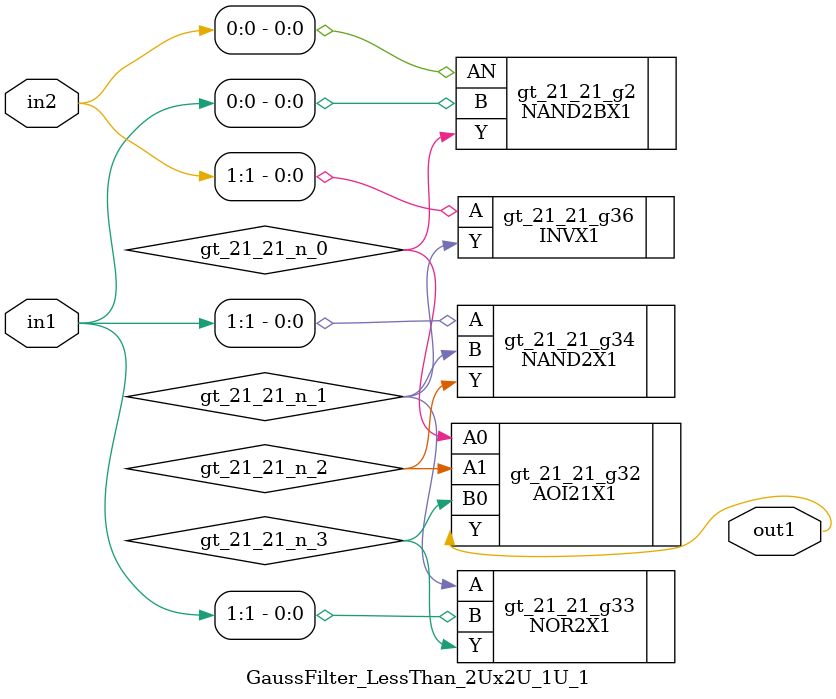
<source format=v>
`timescale 1ps / 1ps


module GaussFilter_LessThan_2Ux2U_1U_1(in2, in1, out1);
  input [1:0] in2, in1;
  output out1;
  wire [1:0] in2, in1;
  wire out1;
  wire gt_21_21_n_0, gt_21_21_n_1, gt_21_21_n_2, gt_21_21_n_3;
  AOI21X1 gt_21_21_g32(.A0 (gt_21_21_n_0), .A1 (gt_21_21_n_2), .B0
       (gt_21_21_n_3), .Y (out1));
  NOR2X1 gt_21_21_g33(.A (gt_21_21_n_1), .B (in1[1]), .Y
       (gt_21_21_n_3));
  NAND2X1 gt_21_21_g34(.A (in1[1]), .B (gt_21_21_n_1), .Y
       (gt_21_21_n_2));
  INVX1 gt_21_21_g36(.A (in2[1]), .Y (gt_21_21_n_1));
  NAND2BX1 gt_21_21_g2(.AN (in2[0]), .B (in1[0]), .Y (gt_21_21_n_0));
endmodule



</source>
